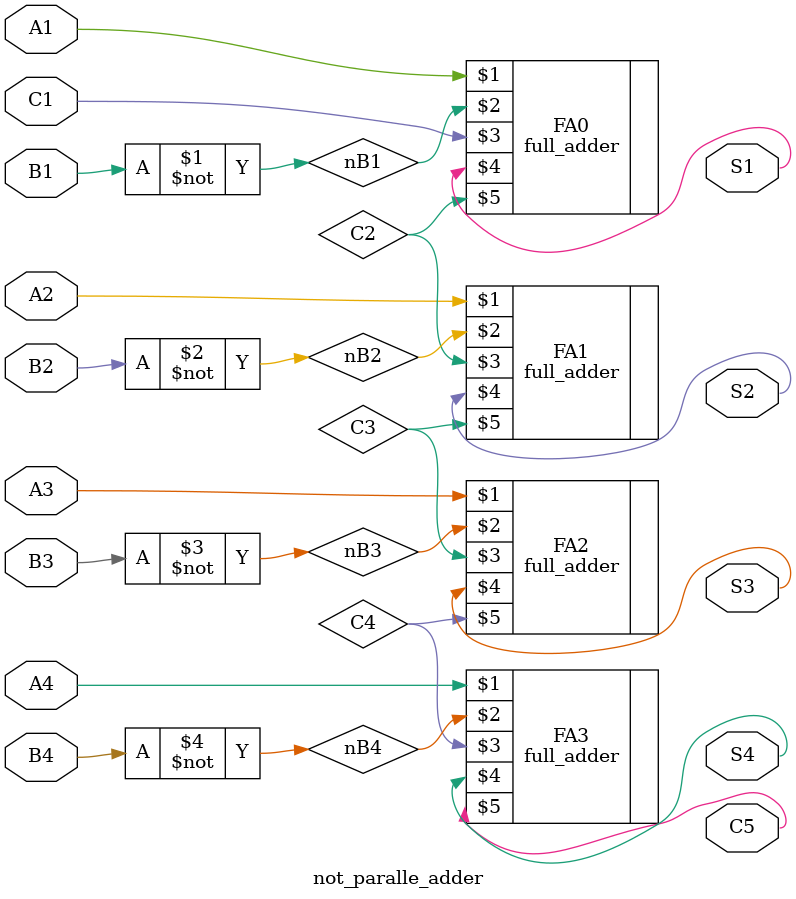
<source format=v>
module not_paralle_adder(A1, A2, A3, A4, B1, B2, B3, B4, S1, S2, S3, S4, C1, C5);

input A1, A2, A3, A4;
input B1, B2, B3, B4;
input C1;

output S1, S2, S3, S4;
output C5;

wire nB1,nB2, nB3, nB4; 
wire C2, C3, C4;

not (nB1, B1);
not (nB2, B2);
not (nB3, B3);
not (nB4, B4);

full_adder FA0 (A1, nB1, C1, S1, C2);
full_adder FA1 (A2, nB2, C2, S2, C3);
full_adder FA2 (A3, nB3, C3, S3, C4);
full_adder FA3 (A4, nB4, C4, S4, C5);

endmodule 
</source>
